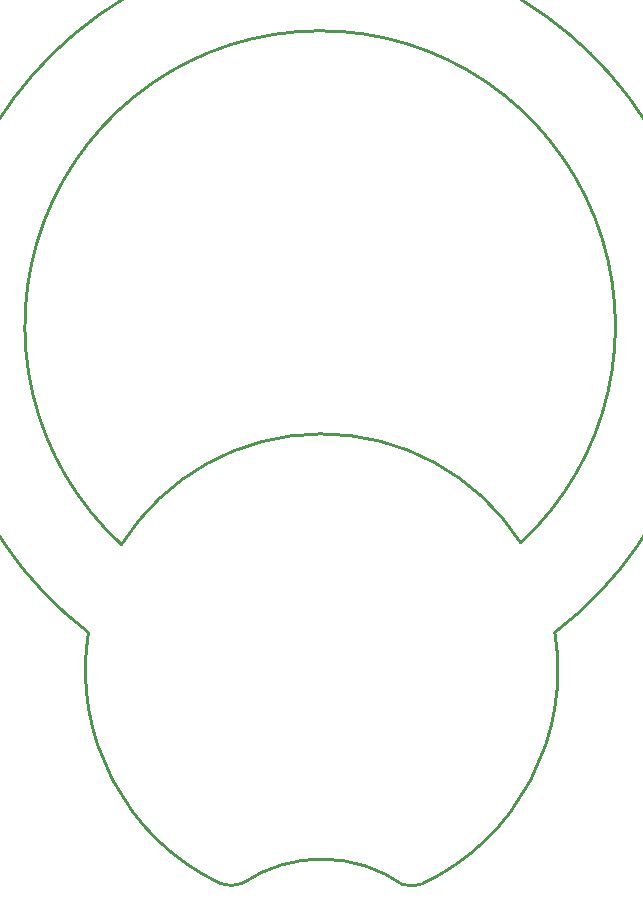
<source format=gko>
G04*
G04 #@! TF.GenerationSoftware,Altium Limited,Altium Designer,18.1.7 (191)*
G04*
G04 Layer_Color=16711935*
%FSLAX25Y25*%
%MOIN*%
G70*
G01*
G75*
%ADD11C,0.01000*%
D11*
X27247Y-185684D02*
G03*
X33519Y-185419I2753J9184D01*
G01*
X27186Y-185771D02*
G03*
X-26362Y-185205I-27186J-38638D01*
G01*
X-33710Y-185333D02*
G03*
X-26362Y-185205I3520J8918D01*
G01*
X-77739Y-101658D02*
G03*
X-33710Y-185333I77739J-12515D01*
G01*
X66330Y-71742D02*
G03*
X-66721Y-72361I-66330J-42431D01*
G01*
X33520Y-185422D02*
G03*
X77732Y-101616I-33520J71249D01*
G01*
X66387Y-71706D02*
G03*
X-66699Y-72337I-66887J72206D01*
G01*
X77763Y-101611D02*
G03*
X-77725Y-101640I-77763J101611D01*
G01*
M02*

</source>
